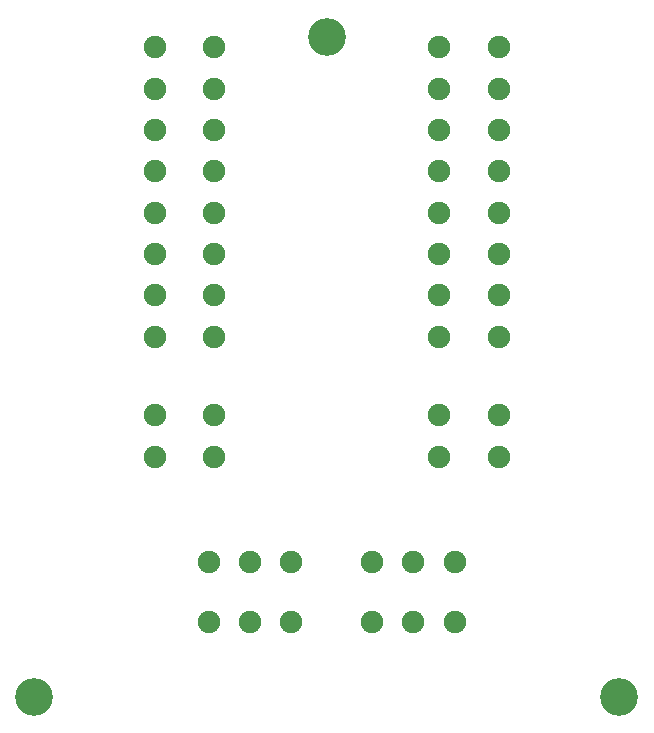
<source format=gbs>
G04 #@! TF.GenerationSoftware,KiCad,Pcbnew,9.0.0*
G04 #@! TF.CreationDate,2025-02-28T23:21:34-08:00*
G04 #@! TF.ProjectId,Constellation STAR ITC V1.1,436f6e73-7465-46c6-9c61-74696f6e2053,rev?*
G04 #@! TF.SameCoordinates,Original*
G04 #@! TF.FileFunction,Soldermask,Bot*
G04 #@! TF.FilePolarity,Negative*
%FSLAX46Y46*%
G04 Gerber Fmt 4.6, Leading zero omitted, Abs format (unit mm)*
G04 Created by KiCad (PCBNEW 9.0.0) date 2025-02-28 23:21:34*
%MOMM*%
%LPD*%
G01*
G04 APERTURE LIST*
%ADD10C,1.900000*%
%ADD11C,3.200000*%
G04 APERTURE END LIST*
D10*
X44450000Y-61270000D03*
X39450000Y-61270000D03*
X44450000Y-64770000D03*
X39450000Y-64770000D03*
D11*
X78740000Y-85090000D03*
X29210000Y-85090000D03*
D10*
X63500000Y-64770000D03*
X68500000Y-64770000D03*
X63500000Y-61270000D03*
X68500000Y-61270000D03*
X63500000Y-54610000D03*
X68500000Y-54610000D03*
X63500000Y-51109999D03*
X68500000Y-51109999D03*
X63500000Y-47609998D03*
X68500000Y-47609998D03*
X63500000Y-44109998D03*
X68500000Y-44109998D03*
X63500000Y-40609997D03*
X68500000Y-40609997D03*
X63500000Y-37109997D03*
X68500000Y-37109997D03*
X63500000Y-33609996D03*
X68500000Y-33609996D03*
X63500000Y-30109995D03*
X68500000Y-30109995D03*
X43959999Y-73730000D03*
X43959999Y-78730000D03*
X47459999Y-73730000D03*
X47459999Y-78730000D03*
X50960000Y-73730000D03*
X50960000Y-78730000D03*
X57799999Y-73730000D03*
X57799999Y-78730000D03*
X61299999Y-73730000D03*
X61299999Y-78730000D03*
X64800000Y-73730000D03*
X64800000Y-78730000D03*
D11*
X53975000Y-29210000D03*
D10*
X44450000Y-30109995D03*
X39450000Y-30109995D03*
X44450000Y-33609996D03*
X39450000Y-33609996D03*
X44450000Y-37109997D03*
X39450000Y-37109997D03*
X44450000Y-40609997D03*
X39450000Y-40609997D03*
X44450000Y-44109998D03*
X39450000Y-44109998D03*
X44450000Y-47609998D03*
X39450000Y-47609998D03*
X44450000Y-51109999D03*
X39450000Y-51109999D03*
X44450000Y-54610000D03*
X39450000Y-54610000D03*
M02*

</source>
